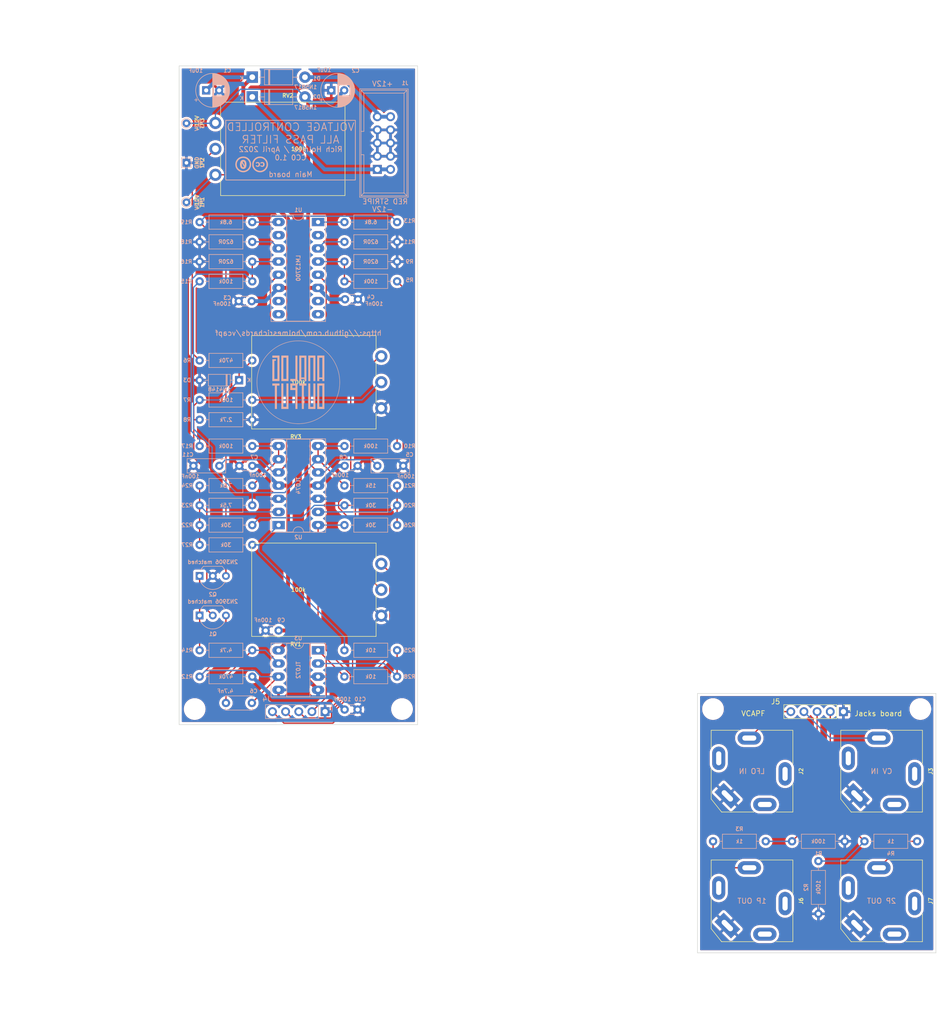
<source format=kicad_pcb>
(kicad_pcb (version 20211014) (generator pcbnew)
  (layers (0 "F.Cu" signal) (31 "B.Cu" signal) (34 "B.Paste" user) (35 "F.Paste" user) (36 "B.SilkS" user "B.Silkscreen") (37 "F.SilkS" user "F.Silkscreen") (38 "B.Mask" user) (39 "F.Mask" user) (44 "Edge.Cuts" user))
  (net 0 "")
  (net 1 "+12V")
  (net 2 "GND")
  (net 3 "-12V")
  (net 4 "/+12_IN")
  (net 5 "/-12_IN")
  (net 6 "Net-(C5-Pad1)")
  (net 7 "Net-(Q1-Pad1)")
  (net 8 "Net-(Q2-Pad3)")
  (net 9 "Net-(R10-Pad1)")
  (net 10 "Net-(R15-Pad2)")
  (net 11 "Net-(R11-Pad1)")
  (net 18 "Net-(C6-Pad1)")
  (net 19 "Net-(C6-Pad2)")
  (net 20 "Net-(D3-Pad1)")
  (net 21 "/INPUT_J")
  (net 22 "GND1")
  (net 23 "/CV_J")
  (net 24 "/Main PCB/INPUT")
  (net 25 "/Main PCB/CV_IN")
  (net 26 "/Main PCB/1POLE_OUT")
  (net 27 "/Main PCB/2POLE_OUT")
  (net 28 "/1POLE_OUT_J")
  (net 29 "/2POLE_OUT_J")
  (net 30 "/Main PCB/INPUT_ATT")
  (net 31 "/Main PCB/FREQ")
  (net 32 "/Main PCB/CV_ATT")
  (net 33 "/Main PCB/LP1")
  (net 34 "Net-(R13-Pad2)")
  (net 35 "Net-(R18-Pad1)")
  (net 36 "Net-(R19-Pad2)")
  (net 37 "/Main PCB/LP2")
  (net 38 "Net-(R20-Pad2)")
  (net 39 "Net-(R22-Pad2)")
  (net 40 "Net-(R25-Pad1)")
  (net 41 "Net-(R25-Pad2)")
  (net 42 "Net-(C11-Pad1)")
  (net 43 "/1P OUT")
  (net 44 "/2P OUT")
  (footprint "ao_tht:Jack_6.35mm_PJ_629HAN_slots" (layer "F.Cu") (at 187.5 175 -90)
    (fp_text reference "J6")
    (fp_text value "AudioJack2")
  )
  (footprint "ao_tht:Jack_6.35mm_PJ_629HAN_slots" (layer "F.Cu") (at 187.5 150 -90)
    (fp_text reference "J2")
    (fp_text value "AudioJack2")
  )
  (footprint "ao_tht:Potentiometer_Alpha_16mm_Single_Vertical" (layer "F.Cu") (at 100 115 180)
    (fp_text reference "RV1")
    (fp_text value "100k")
  )
  (footprint "ao_tht:Board_Marker" (layer "F.Cu") (at 77 31)
    (fp_text reference "B1")
    (fp_text value "Board")
  )
  (footprint "ao_tht:Jack_6.35mm_PJ_629HAN_slots" (layer "F.Cu") (at 212.5 150 -90)
    (fp_text reference "J3")
    (fp_text value "AudioJack2")
  )
  (footprint "vcapf:vcapf_panel_holes" (layer "F.Cu") (at 200 100)
    (fp_text reference "GRAF1" hide)
    (fp_text value "Holes" hide)
  )
  (footprint "ao_tht:MountingHole_3.2mm_M3" (layer "F.Cu") (at 120 138)
    (fp_text reference "H2" hide)
    (fp_text value "MountingHole")
  )
  (footprint "ao_tht:MountingHole_3.2mm_M3" (layer "F.Cu") (at 220 138)
    (fp_text reference "H4" hide)
    (fp_text value "MountingHole")
  )
  (footprint "ao_tht:MountingHole_3.2mm_M3" (layer "F.Cu") (at 80 138)
    (fp_text reference "H1" hide)
    (fp_text value "MountingHole")
  )
  (footprint "ao_tht:Board_Marker" (layer "F.Cu") (at 182.5 135)
    (fp_text reference "B2")
    (fp_text value "Board")
  )
  (footprint "ao_tht:Potentiometer_Alpha_16mm_Single_Vertical" (layer "F.Cu") (at 100 30)
    (fp_text reference "RV2")
    (fp_text value "100k")
  )
  (footprint "Connector_PinHeader_2.54mm:PinHeader_1x05_P2.54mm_Vertical" (layer "F.Cu") (at 205.16 138.5 -90)
    (fp_text reference "J5")
    (fp_text value "Conn_01x05")
  )
  (footprint "ao_tht:Jack_6.35mm_PJ_629HAN_slots" (layer "F.Cu") (at 212.5 175 -90)
    (fp_text reference "J7")
    (fp_text value "AudioJack2")
  )
  (footprint "ao_tht:MountingHole_3.2mm_M3" (layer "F.Cu") (at 180 138)
    (fp_text reference "H3" hide)
    (fp_text value "MountingHole")
  )
  (footprint "ao_tht:Potentiometer_Alpha_16mm_Single_Vertical" (layer "F.Cu") (at 100 75 180)
    (fp_text reference "RV3")
    (fp_text value "100k")
  )
  (footprint "ao_tht:R_Axial_DIN0207_L6.3mm_D2.5mm_P10.16mm_Horizontal" (layer "B.Cu") (at 119.05 44.12 180)
    (fp_text reference "R13")
    (fp_text value "6.8k")
  )
  (footprint "ao_tht:R_Axial_DIN0207_L6.3mm_D2.5mm_P10.16mm_Horizontal" (layer "B.Cu") (at 80.95 87.3)
    (fp_text reference "R17")
    (fp_text value "100k")
  )
  (footprint "ao_tht:D_DO-41_SOD81_P10.16mm_Horizontal" (layer "B.Cu") (at 91.11 19.99)
    (fp_text reference "D2")
    (fp_text value "1N5817")
  )
  (footprint "ao_tht:CP_Radial_D6.3mm_P2.50mm" (layer "B.Cu") (at 82.22 18.72)
    (fp_text reference "C1")
    (fp_text value "10uF")
  )
  (footprint "ao_tht:R_Axial_DIN0207_L6.3mm_D2.5mm_P10.16mm_Horizontal" (layer "B.Cu") (at 119.05 102.54 180)
    (fp_text reference "R26")
    (fp_text value "30k")
  )
  (footprint "ao_tht:R_Axial_DIN0207_L6.3mm_D2.5mm_P10.16mm_Horizontal" (layer "B.Cu") (at 91.11 51.74 180)
    (fp_text reference "R16")
    (fp_text value "620R")
  )
  (footprint "ao_tht:DIP-16_W7.62mm_Socket_LongPads" (layer "B.Cu") (at 103.8 44.11 180)
    (fp_text reference "U1")
    (fp_text value "LM13700")
  )
  (footprint "ao_tht:CP_Radial_D6.3mm_P2.50mm" (layer "B.Cu") (at 106.35 18.72)
    (fp_text reference "C2")
    (fp_text value "10uF")
  )
  (footprint "ao_tht:TestPoint_THTPad_D1.5mm_Drill0.7mm" (layer "B.Cu") (at 78.41 25.07 90)
    (fp_text reference "TP3")
    (fp_text value "-12V")
  )
  (footprint "ao_tht:R_Axial_DIN0207_L6.3mm_D2.5mm_P10.16mm_Horizontal" (layer "B.Cu") (at 119.05 131.75 180)
    (fp_text reference "R28")
    (fp_text value "10k")
  )
  (footprint "ao_tht:R_Axial_DIN0207_L6.3mm_D2.5mm_P10.16mm_Horizontal" (layer "B.Cu") (at 91.11 78.41 180)
    (fp_text reference "R7")
    (fp_text value "100k")
  )
  (footprint "ao_tht:C_Rect_L7.2mm_W2.5mm_P5.00mm_FKS2_FKP2_MKS2_MKP2" (layer "B.Cu") (at 84.76 91.11 180)
    (fp_text reference "C11")
    (fp_text value "100nF")
  )
  (footprint "ao_tht:R_Axial_DIN0207_L6.3mm_D2.5mm_P10.16mm_Horizontal" (layer "B.Cu") (at 91.11 98.73 180)
    (fp_text reference "R23")
    (fp_text value "7.5k")
  )
  (footprint "ao_tht:R_Axial_DIN0207_L6.3mm_D2.5mm_P10.16mm_Horizontal" (layer "B.Cu") (at 190.17 163.5 180)
    (fp_text reference "R3")
    (fp_text value "1k")
  )
  (footprint "ao_tht:R_Axial_DIN0207_L6.3mm_D2.5mm_P10.16mm_Horizontal" (layer "B.Cu") (at 119.05 55.55 180)
    (fp_text reference "R5")
    (fp_text value "100k")
  )
  (footprint "ao_tht:R_Axial_DIN0207_L6.3mm_D2.5mm_P10.16mm_Horizontal" (layer "B.Cu") (at 108.89 98.73)
    (fp_text reference "R20")
    (fp_text value "30k")
  )
  (footprint "ao_tht:analogoutput" (layer "B.Cu") (at 100 75 180)
    (fp_text reference "GRAF3" hide)
    (fp_text value "AO logo" hide)
  )
  (footprint "ao_tht:D_DO-41_SOD81_P10.16mm_Horizontal" (layer "B.Cu") (at 91.11 16.18)
    (fp_text reference "D1")
    (fp_text value "1N5817")
  )
  (footprint "ao_tht:R_Axial_DIN0207_L6.3mm_D2.5mm_P10.16mm_Horizontal" (layer "B.Cu") (at 80.95 55.55)
    (fp_text reference "R15")
    (fp_text value "100k")
  )
  (footprint "ao_tht:R_Axial_DIN0207_L6.3mm_D2.5mm_P10.16mm_Horizontal" (layer "B.Cu") (at 108.89 94.92)
    (fp_text reference "R21")
    (fp_text value "15k")
  )
  (footprint "Connector_PinSocket_2.54mm:PinSocket_1x05_P2.54mm_Vertical" (layer "B.Cu") (at 105.16 138.5 90)
    (fp_text reference "J4")
    (fp_text value "Conn_01x05")
  )
  (footprint "ao_tht:R_Axial_DIN0207_L6.3mm_D2.5mm_P10.16mm_Horizontal" (layer "B.Cu") (at 119.05 87.3 180)
    (fp_text reference "R10")
    (fp_text value "100k")
  )
  (footprint "ao_tht:R_Axial_DIN0207_L6.3mm_D2.5mm_P10.16mm_Horizontal" (layer "B.Cu") (at 108.89 47.93)
    (fp_text reference "R11")
    (fp_text value "620R")
  )
  (footprint "ao_tht:R_Axial_DIN0207_L6.3mm_D2.5mm_P10.16mm_Horizontal" (layer "B.Cu") (at 108.89 51.74)
    (fp_text reference "R9")
    (fp_text value "620R")
  )
  (footprint "ao_tht:CC0_logo" (layer "B.Cu") (at 91 33 180)
    (fp_text reference "GRAF2" hide)
    (fp_text value "CC0 logo" hide)
  )
  (footprint "ao_tht:R_Axial_DIN0207_L6.3mm_D2.5mm_P10.16mm_Horizontal" (layer "B.Cu") (at 80.95 131.75)
    (fp_text reference "R12")
    (fp_text value "470k")
  )
  (footprint "ao_tht:C_Disc_D3.0mm_W1.6mm_P2.50mm" (layer "B.Cu") (at 91 59.36 180)
    (fp_text reference "C3")
    (fp_text value "100nF")
  )
  (footprint "ao_tht:R_Axial_DIN0207_L6.3mm_D2.5mm_P10.16mm_Horizontal" (layer "B.Cu") (at 80.95 126.67)
    (fp_text reference "R14")
    (fp_text value "4.7k")
  )
  (footprint "ao_tht:R_Axial_DIN0207_L6.3mm_D2.5mm_P10.16mm_Horizontal" (layer "B.Cu") (at 80.95 106.35)
    (fp_text reference "R27")
    (fp_text value "30k")
  )
  (footprint "ao_tht:TO-92_Inline_Wide" (layer "B.Cu") (at 80.95 112.34)
    (fp_text reference "Q2")
    (fp_text value "2N3906 matched")
  )
  (footprint "ao_tht:Power_Header" (layer "B.Cu") (at 115.24 33.96)
    (fp_text reference "J1")
    (fp_text value "Synth_power_2x5")
  )
  (footprint "ao_tht:C_Disc_D3.0mm_W1.6mm_P2.50mm" (layer "B.Cu") (at 91.11 91.11 180)
    (fp_text reference "C7")
    (fp_text value "100nF")
  )
  (footprint "ao_tht:C_Disc_D3.0mm_W1.6mm_P2.50mm" (layer "B.Cu") (at 111.43 138.1 180)
    (fp_text reference "C10")
    (fp_text value "100nF")
  )
  (footprint "ao_tht:TestPoint_THTPad_D1.5mm_Drill0.7mm" (layer "B.Cu") (at 78.41 40.31 90)
    (fp_text reference "TP1")
    (fp_text value "+12V")
  )
  (footprint "ao_tht:C_Disc_D3.0mm_W1.6mm_P2.50mm" (layer "B.Cu") (at 111.5 59 180)
    (fp_text reference "C4")
    (fp_text value "100nF")
  )
  (footprint "ao_tht:R_Axial_DIN0207_L6.3mm_D2.5mm_P10.16mm_Horizontal" (layer "B.Cu") (at 91.11 102.54 180)
    (fp_text reference "R22")
    (fp_text value "30k")
  )
  (footprint "ao_tht:R_Axial_DIN0207_L6.3mm_D2.5mm_P10.16mm_Horizontal" (layer "B.Cu") (at 108.89 126.67)
    (fp_text reference "R25")
    (fp_text value "10k")
  )
  (footprint "ao_tht:R_Axial_DIN0207_L6.3mm_D2.5mm_P10.16mm_Horizontal" (layer "B.Cu") (at 91.11 47.93 180)
    (fp_text reference "R18")
    (fp_text value "620R")
  )
  (footprint "ao_tht:R_Axial_DIN0207_L6.3mm_D2.5mm_P10.16mm_Horizontal" (layer "B.Cu") (at 91.11 94.92 180)
    (fp_text reference "R24")
    (fp_text value "7.5k")
  )
  (footprint "ao_tht:R_Axial_DIN0207_L6.3mm_D2.5mm_P10.16mm_Horizontal" (layer "B.Cu") (at 80.95 70.79)
    (fp_text reference "R6")
    (fp_text value "470k")
  )
  (footprint "ao_tht:R_Axial_DIN0207_L6.3mm_D2.5mm_P10.16mm_Horizontal" (layer "B.Cu") (at 80.95 44.12)
    (fp_text reference "R19")
    (fp_text value "6.8k")
  )
  (footprint "ao_tht:R_Axial_DIN0207_L6.3mm_D2.5mm_P10.16mm_Horizontal" (layer "B.Cu") (at 80.95 82.22)
    (fp_text reference "R8")
    (fp_text value "2.7k")
  )
  (footprint "ao_tht:C_Disc_D3.0mm_W1.6mm_P2.50mm" (layer "B.Cu") (at 111.43 91.11 180)
    (fp_text reference "C8")
    (fp_text value "100nF")
  )
  (footprint "ao_tht:R_Axial_DIN0207_L6.3mm_D2.5mm_P10.16mm_Horizontal" (layer "B.Cu") (at 195.25 163.5)
    (fp_text reference "R1")
    (fp_text value "100k")
  )
  (footprint "ao_tht:R_Axial_DIN0207_L6.3mm_D2.5mm_P10.16mm_Horizontal" (layer "B.Cu") (at 209.22 163.5)
    (fp_text reference "R4")
    (fp_text value "1k")
  )
  (footprint "ao_tht:DIP-14_W7.62mm_Socket_LongPads" (layer "B.Cu") (at 96.19 102.54)
    (fp_text reference "U2")
    (fp_text value "TL074")
  )
  (footprint "ao_tht:R_Axial_DIN0207_L6.3mm_D2.5mm_P10.16mm_Horizontal" (layer "B.Cu") (at 200.33 167.31 -90)
    (fp_text reference "R2")
    (fp_text value "100k")
  )
  (footprint "ao_tht:TestPoint_THTPad_1.5x1.5mm_Drill0.7mm" (layer "B.Cu") (at 78.41 32.69 90)
    (fp_text reference "TP2")
    (fp_text value "GND")
  )
  (footprint "ao_tht:C_Disc_D5.0mm_W2.5mm_P5.00mm" (layer "B.Cu") (at 86.03 136.83)
    (fp_text reference "C6")
    (fp_text value "4.7nF")
  )
  (footprint "ao_tht:C_Disc_D3.0mm_W1.6mm_P2.50mm" (layer "B.Cu") (at 96.19 122.86 180)
    (fp_text reference "C9")
    (fp_text value "100nF")
  )
  (footprint "ao_tht:DIP-8_W7.62mm_Socket_LongPads" (layer "B.Cu") (at 103.8 126.68 180)
    (fp_text reference "U3")
    (fp_text value "TL072")
  )
  (footprint "ao_tht:C_Rect_L7.2mm_W2.5mm_P5.00mm_FKS2_FKP2_MKS2_MKP2" (layer "B.Cu") (at 115.24 91.11)
    (fp_text reference "C5")
    (fp_text value "100nF")
  )
  (footprint "ao_tht:TO-92_Inline_Wide" (layer "B.Cu") (at 80.95 119.96)
    (fp_text reference "Q1")
    (fp_text value "2N3906 matched")
  )
  (footprint "ao_tht:D_DO-35_SOD27_P7.62mm_Horizontal" (layer "B.Cu") (at 88.57 74.6 180)
    (fp_text reference "D3")
    (fp_text value "1N4148")
  )
  (gr_rect (start 111 24.5) (end 86 36) (layer "B.SilkS") (width 0.15) (fill none))
  (gr_line (start 77 141) (end 77 14) (layer "Edge.Cuts") (width 0.1))
  (gr_line (start 223 185) (end 223 135) (layer "Edge.Cuts") (width 0.1))
  (gr_line (start 177 185) (end 223 185) (layer "Edge.Cuts") (width 0.1))
  (gr_line (start 123 14) (end 123 141) (layer "Edge.Cuts") (width 0.1))
  (gr_line (start 177 135) (end 177 185) (layer "Edge.Cuts") (width 0.1))
  (gr_line (start 123 141) (end 77 141) (layer "Edge.Cuts") (width 0.1))
  (gr_line (start 223 135) (end 177 135) (layer "Edge.Cuts") (width 0.1))
  (gr_line (start 77 14) (end 123 14) (layer "Edge.Cuts") (width 0.1))
  (gr_text "VOLTAGE CONTROLLED\nALL PASS FILTER" (at 98.5 27) (layer "B.SilkS") (effects (font (size 1.5 1.5)) (justify mirror)))
  (gr_text "https://github.com/holmesrichards/vcapf" (at 100 65.519) (layer "B.SilkS") (effects (font (size 1 1)) (justify mirror)))
  (gr_text "1P OUT" (at 187.5 175) (layer "B.SilkS") (effects (font (size 1 1)) (justify mirror)))
  (gr_text "LFO IN" (at 187.5 150) (layer "B.SilkS") (effects (font (size 1 1)) (justify mirror)))
  (gr_text "CV IN" (at 212.5 150) (layer "B.SilkS") (effects (font (size 1 1)) (justify mirror)))
  (gr_text "Rich Holmes / April 2022\nCC0 1.0\n\nMain board" (at 98.5 32.5) (layer "B.SilkS") (effects (font (size 1 1)) (justify mirror)))
  (gr_text "2P OUT" (at 212.5 175) (layer "B.SilkS") (effects (font (size 1 1)) (justify mirror)))
  (gr_text "VCAPF" (at 187.757 138.862) (layer "F.SilkS") (effects (font (size 1 1))))
  (gr_text "Jacks board" (at 211.887 138.862) (layer "F.SilkS") (effects (font (size 1 1))))
  (segment (start 96.19 94.92) (end 97.968 94.92) (width 0.75) (layer "F.Cu") (net 1))
  (segment (start 91.11 16.18) (end 89.385489 17.904511) (width 0.75) (layer "F.Cu") (net 1))
  (segment (start 98.014511 122.906511) (end 98.014511 124.845489) (width 0.75) (layer "F.Cu") (net 1))
  (segment (start 98.014511 124.845489) (end 96.18 126.68) (width 0.75) (layer "F.Cu") (net 1))
  (segment (start 98.00452 64.940539) (end 98.00452 56.81) (width 0.75) (layer "F.Cu") (net 1))
  (segment (start 97.968 122.86) (end 98.014511 122.906511) (width 0.75) (layer "F.Cu") (net 1))
  (segment (start 98.00452 43.50452) (end 89.500001 35.000001) (width 0.75) (layer "F.Cu") (net 1))
  (segment (start 97.968 94.92) (end 98.46404 94.92) (width 0.75) (layer "F.Cu") (net 1))
  (segment (start 96.19 122.86) (end 97.968 122.86) (width 0.75) (layer "F.Cu") (net 1))
  (segment (start 98.014511 94.966511) (end 97.968 94.92) (width 0.75) (layer "F.Cu") (net 1))
  (segment (start 96.18 56.81) (end 98.00452 56.81) (width 0.75) (layer "F.Cu") (net 1))
  (segment (start 98.46404 65.400059) (end 98.00452 64.940539) (width 0.75) (layer "F.Cu") (net 1))
  (segment (start 89.385489 17.904511) (end 89.385489 34.885489) (width 0.75) (layer "F.Cu") (net 1))
  (segment (start 89.385489 34.885489) (end 89.500001 35.000001) (width 0.75) (layer "F.Cu") (net 1))
  (segment (start 84 35) (end 89.500001 35.000001) (width 0.25) (layer "F.Cu") (net 1))
  (segment (start 98.014511 122.906511) (end 98.014511 94.966511) (width 0.75) (layer "F.Cu") (net 1))
  (segment (start 98.00452 56.81) (end 98.00452 43.50452) (width 0.75) (layer "F.Cu") (net 1))
  (segment (start 98.46404 94.92) (end 98.46404 65.400059) (width 0.75) (layer "F.Cu") (net 1))
  (segment (start 82.22 18.72) (end 84.76 16.18) (width 0.75) (layer "B.Cu") (net 1))
  (segment (start 84.76 16.18) (end 91.11 16.18) (width 0.75) (layer "B.Cu") (net 1))
  (segment (start 93.63 59.36) (end 96.18 56.81) (width 0.75) (layer "B.Cu") (net 1))
  (segment (start 91 59.36) (end 93.63 59.36) (width 0.75) (layer "B.Cu") (net 1))
  (segment (start 91.11 91.11) (end 92.38 91.11) (width 0.75) (layer "B.Cu") (net 1))
  (segment (start 78.41 40.31) (end 83.72 35) (width 0.25) (layer "B.Cu") (net 1))
  (segment (start 92.38 91.11) (end 96.19 94.92) (width 0.75) (layer "B.Cu") (net 1))
  (segment (start 102.032 94.92) (end 101.53597 94.92) (width 0.75) (layer "F.Cu") (net 3))
  (segment (start 103.8 56.81) (end 102.042 56.81) (width 0.75) (layer "F.Cu") (net 3))
  (segment (start 101.97548 94.97652) (end 102.032 94.92) (width 0.75) (layer "F.Cu") (net 3))
  (segment (start 101.905 56.947) (end 101.905 20.625) (width 0.75) (layer "F.Cu") (net 3))
  (segment (start 103.8 134.3) (end 101.97548 132.47548) (width 0.75) (layer "F.Cu") (net 3))
  (segment (start 101.97548 132.47548) (end 101.97548 94.97652) (width 0.75) (layer "F.Cu") (net 3))
  (segment (start 101.905 65.202) (end 101.905 56.947) (width 0.75) (layer "F.Cu") (net 3))
  (segment (start 102.042 56.81) (end 101.905 56.947) (width 0.75) (layer "F.Cu") (net 3))
  (segment (start 101.53597 65.57103) (end 101.905 65.202) (width 0.75) (layer "F.Cu") (net 3))
  (segment (start 101.53597 94.92) (end 101.53597 65.57103) (width 0.75) (layer "F.Cu") (net 3))
  (segment (start 103.81 94.92) (end 102.032 94.92) (width 0.75) (layer "F.Cu") (net 3))
  (segment (start 101.905 20.625) (end 101.524 20.244) (width 0.75) (layer "F.Cu") (net 3))
  (segment (start 106.55452 135.72452) (end 103.8 135.72452) (width 0.75) (layer "B.Cu") (net 3))
  (segment (start 108.93 138.1) (end 106.55452 135.72452) (width 0.75) (layer "B.Cu") (net 3))
  (segment (start 109 59) (end 105.99 59) (width 0.75) (layer "B.Cu") (net 3))
  (segment (start 107.62 91.11) (end 103.81 94.92) (width 0.75) (layer "B.Cu") (net 3))
  (segment (start 99.795489 18.515489) (end 101.27 19.99) (width 0.25) (layer "B.Cu") (net 3))
  (segment (start 95.08452 135.72452) (end 103.8 135.72452) (width 0.75) (layer "B.Cu") (net 3))
  (segment (start 106.480001 21.089999) (end 108.85 18.72) (width 0.75) (layer "B.Cu") (net 3))
  (segment (start 108.93 91.11) (end 107.62 91.11) (width 0.75) (layer "B.Cu") (net 3))
  (segment (start 84 25) (end 84 23.345371) (width 0.25) (layer "B.Cu") (net 3))
  (segment (start 102.369999 21.089999) (end 106.480001 21.089999) (width 0.75) (layer "B.Cu") (net 3))
  (segment (start 91.11 131.75) (end 95.08452 135.72452) (width 0.75) (layer "B.Cu") (net 3))
  (segment (start 88.829882 18.515489) (end 99.795489 18.515489) (width 0.25) (layer "B.Cu") (net 3))
  (segment (start 105.99 59) (end 103.8 56.81) (width 0.75) (layer "B.Cu") (net 3))
  (segment (start 103.8 135.72452) (end 103.8 134.3) (width 0.75) (layer "B.Cu") (net 3))
  (segment (start 101.27 19.99) (end 102.369999 21.089999) (width 0.75) (layer "B.Cu") (net 3))
  (segment (start 84 23.345371) (end 88.829882 18.515489) (width 0.25) (layer "B.Cu") (net 3))
  (segment (start 78.41 25.07) (end 83.93 25.07) (width 0.25) (layer "B.Cu") (net 3))
  (segment (start 108.324564 16.18) (end 115.24 23.095436) (width 0.75) (layer "B.Cu") (net 4))
  (segment (start 115.24 23.095436) (end 115.24 23.8) (width 0.75) (layer "B.Cu") (net 4))
  (segment (start 117.78 23.8) (end 115.24 23.8) (width 0.75) (layer "B.Cu") (net 4))
  (segment (start 101.27 16.18) (end 108.324564 16.18) (width 0.75) (layer "B.Cu") (net 4))
  (segment (start 117.78 33.96) (end 115.24 33.96) (width 0.75) (layer "B.Cu") (net 5))
  (segment (start 105.08 33.96) (end 91.11 19.99) (width 0.75) (layer "B.Cu") (net 5))
  (segment (start 115.24 33.96) (end 105.08 33.96) (width 0.75) (layer "B.Cu") (net 5))
  (segment (start 105.37452 55.84452) (end 105.37452 62.87548) (width 0.25) (layer "F.Cu") (net 6))
  (segment (start 105.37452 62.87548) (end 102.285481 65.964519) (width 0.25) (layer "F.Cu") (net 6))
  (segment (start 102.285481 65.964519) (end 102.285481 90.855481) (width 0.25) (layer "F.Cu") (net 6))
  (segment (start 103.8 54.27) (end 105.37452 55.84452) (width 0.25) (layer "F.Cu") (net 6))
  (segment (start 102.285481 90.855481) (end 103.81 92.38) (width 0.25) (layer "F.Cu") (net 6))
  (segment (start 115.24 91.11) (end 114.065489 89.935489) (width 0.25) (layer "B.Cu") (net 6))
  (segment (start 114.065489 89.935489) (end 107.397511 89.935489) (width 0.25) (layer "B.Cu") (net 6))
  (segment (start 107.397511 89.935489) (end 104.953 92.38) (width 0.25) (layer "B.Cu") (net 6))
  (segment (start 104.953 92.38) (end 103.81 92.38) (width 0.25) (layer "B.Cu") (net 6))
  (segment (start 80.95 119.96) (end 80.95 112.34) (width 0.25) (layer "F.Cu") (net 7))
  (segment (start 80.95 126.67) (end 80.95 119.96) (width 0.25) (layer "F.Cu") (net 7))
  (segment (start 86.03 49.2) (end 80.95 44.12) (width 0.25) (layer "F.Cu") (net 8))
  (segment (start 86.03 112.34) (end 86.03 49.2) (width 0.25) (layer "F.Cu") (net 8))
  (segment (start 80.95 44.12) (end 82.084511 42.985489) (width 0.25) (layer "B.Cu") (net 8))
  (segment (start 82.084511 42.985489) (end 117.915489 42.985489) (width 0.25) (layer "B.Cu") (net 8))
  (segment (start 117.915489 42.985489) (end 119.05 44.12) (width 0.25) (layer "B.Cu") (net 8))
  (segment (start 119.05 64.57863) (end 110.02137 55.55) (width 0.25) (layer "F.Cu") (net 9))
  (segment (start 119.05 87.3) (end 119.05 64.57863) (width 0.25) (layer "F.Cu") (net 9))
  (segment (start 108.89 51.74) (end 108.89 55.55) (width 0.25) (layer "F.Cu") (net 9))
  (segment (start 110.02137 55.55) (end 108.89 55.55) (width 0.25) (layer "F.Cu") (net 9))
  (segment (start 108.89 51.74) (end 103.81 51.74) (width 0.25) (layer "B.Cu") (net 9))
  (segment (start 91.11 51.74) (end 91.11 55.55) (width 0.25) (layer "F.Cu") (net 10))
  (segment (start 79.325979 55.269021) (end 80.442 54.153) (width 0.25) (layer "B.Cu") (net 10))
  (segment (start 89.713 54.153) (end 91.11 55.55) (width 0.25) (layer "B.Cu") (net 10))
  (segment (start 80.95 86.03) (end 79.325979 84.405979) (width 0.25) (layer "B.Cu") (net 10))
  (segment (start 80.95 87.3) (end 80.95 86.03) (width 0.25) (layer "B.Cu") (net 10))
  (segment (start 79.325979 84.405979) (end 79.325979 55.269021) (width 0.25) (layer "B.Cu") (net 10))
  (segment (start 91.11 51.74) (end 96.17 51.74) (width 0.25) (layer "B.Cu") (net 10))
  (segment (start 80.442 54.153) (end 89.713 54.153) (width 0.25) (layer "B.Cu") (net 10))
  (segment (start 108.89 47.93) (end 105.06 47.93) (width 0.25) (layer "B.Cu") (net 11))
  (segment (start 105.06 47.93) (end 103.8 49.19) (width 0.25) (layer "B.Cu") (net 11))
  (segment (start 86.03 131.75) (end 91.11 126.67) (width 0.25) (layer "F.Cu") (net 18))
  (segment (start 86.03 136.83) (end 86.03 131.75) (width 0.25) (layer "F.Cu") (net 18))
  (segment (start 93.63 126.67) (end 96.18 129.22) (width 0.25) (layer "B.Cu") (net 18))
  (segment (start 91.11 126.67) (end 93.63 126.67) (width 0.25) (layer "B.Cu") (net 18))
  (segment (start 91.03 136.83) (end 96.1 131.76) (width 0.25) (layer "F.Cu") (net 19))
  (segment (start 80.95 131.75) (end 86.03 126.67) (width 0.25) (layer "F.Cu") (net 19))
  (segment (start 86.03 126.67) (end 86.03 119.96) (width 0.25) (layer "F.Cu") (net 19))
  (segment (start 92.284511 131.284511) (end 92.76 131.76) (width 0.25) (layer "B.Cu") (net 19))
  (segment (start 91.596499 130.575489) (end 92.284511 131.263501) (width 0.25) (layer "B.Cu") (net 19))
  (segment (start 80.95 131.75) (end 82.124511 130.575489) (width 0.25) (layer "B.Cu") (net 19))
  (segment (start 92.76 131.76) (end 96.18 131.76) (width 0.25) (layer "B.Cu") (net 19))
  (segment (start 82.124511 130.575489) (end 91.596499 130.575489) (width 0.25) (layer "B.Cu") (net 19))
  (segment (start 92.284511 131.263501) (end 92.284511 131.284511) (width 0.25) (layer "B.Cu") (net 19))
  (segment (start 80.95 78.41) (end 79.825489 79.534511) (width 0.25) (layer "F.Cu") (net 20))
  (segment (start 79.825489 89.514479) (end 82.347 92.03599) (width 0.25) (layer "F.Cu") (net 20))
  (segment (start 88.57 73.33) (end 91.11 70.79) (width 0.25) (layer "F.Cu") (net 20))
  (segment (start 79.825489 82.238489) (end 79.825489 89.514479) (width 0.25) (layer "F.Cu") (net 20))
  (segment (start 88.57 74.6) (end 88.57 73.33) (width 0.25) (layer "F.Cu") (net 20))
  (segment (start 82.347 118.817) (end 83.49 119.96) (width 0.25) (layer "F.Cu") (net 20))
  (segment (start 79.843978 82.22) (end 79.825489 82.238489) (width 0.25) (layer "F.Cu") (net 20))
  (segment (start 79.825489 79.534511) (end 79.825489 82.238489) (width 0.25) (layer "F.Cu") (net 20))
  (segment (start 82.347 92.03599) (end 82.347 118.817) (width 0.25) (layer "F.Cu") (net 20))
  (segment (start 80.95 82.22) (end 79.843978 82.22) (width 0.25) (layer "F.Cu") (net 20))
  (segment (start 80.95 78.41) (end 84.76 78.41) (width 0.25) (layer "B.Cu") (net 20))
  (segment (start 84.76 78.41) (end 88.57 74.6) (width 0.25) (layer "B.Cu") (net 20))
  (segment (start 192.1 138.5) (end 195 138.5) (width 0.25) (layer "F.Cu") (net 21))
  (segment (start 187 143.6) (end 192.1 138.5) (width 0.25) (layer "F.Cu") (net 21))
  (segment (start 202.64 143.6) (end 212 143.6) (width 0.25) (layer "B.Cu") (net 23))
  (segment (start 197.54 138.5) (end 202.64 143.6) (width 0.25) (layer "B.Cu") (net 23))
  (segment (start 106.656897 140.723533) (end 107.283542 140.096888) (width 0.25) (layer "F.Cu") (net 24))
  (segment (start 117.653 111.653) (end 116 110) (width 0.25) (layer "F.Cu") (net 24))
  (segment (start 107.283542 140.096888) (end 107.283542 138.085462) (width 0.25) (layer "F.Cu") (net 24))
  (segment (start 95 138.5) (end 97.223533 140.723533) (width 0.25) (layer "F.Cu") (net 24))
  (segment (start 117.653 127.716004) (end 117.653 111.653) (width 0.25) (layer "F.Cu") (net 24))
  (segment (start 97.223533 140.723533) (end 106.656897 140.723533) (width 0.25) (layer "F.Cu") (net 24))
  (segment (start 107.283542 138.085462) (end 117.653 127.716004) (width 0.25) (layer "F.Cu") (net 24))
  (segment (start 107.765489 98.076511) (end 107.765489 99.195789) (width 0.25) (layer "F.Cu") (net 25))
  (segment (start 107.765489 99.195789) (end 110.464031 101.894331) (width 0.25) (layer "F.Cu") (net 25))
  (segment (start 110.464031 134.269269) (end 106.834031 137.899269) (width 0.25) (layer "F.Cu") (net 25))
  (segment (start 110.464031 101.894331) (end 110.464031 134.269269) (width 0.25) (layer "F.Cu") (net 25))
  (segment (start 106.834031 137.899269) (end 106.834031 139.193408) (width 0.25) (layer "F.Cu") (net 25))
  (segment (start 106.520704 140.224022) (end 99.264022 140.224022) (width 0.25) (layer "F.Cu") (net 25))
  (segment (start 106.834022 139.910704) (end 106.520704 140.224022) (width 0.25) (layer "F.Cu") (net 25))
  (segment (start 115.66 70) (end 110.104511 75.555489) (width 0.25) (layer "F.Cu") (net 25))
  (segment (start 110.104511 95.737489) (end 107.765489 98.076511) (width 0.25) (layer "F.Cu") (net 25))
  (segment (start 106.834022 139.193417) (end 106.834022 139.910704) (width 0.25) (layer "F.Cu") (net 25))
  (segment (start 106.834031 139.193408) (end 106.834022 139.193417) (width 0.25) (layer "F.Cu") (net 25))
  (segment (start 99.264022 140.224022) (end 97.54 138.5) (width 0.25) (layer "F.Cu") (net 25))
  (segment (start 110.104511 75.555489) (end 110.104511 95.737489) (width 0.25) (layer "F.Cu") (net 25))
  (segment (start 106.384511 139.724511) (end 101.304511 139.724511) (width 0.25) (layer "F.Cu") (net 26))
  (segment (start 106.384511 137.713071) (end 106.384511 139.724511) (width 0.25) (layer "F.Cu") (net 26))
  (segment (start 110.014511 134.083071) (end 106.384511 137.713071) (width 0.25) (layer "F.Cu") (net 26))
  (segment (start 101.304511 139.724511) (end 100.08 138.5) (width 0.25) (layer "F.Cu") (net 26))
  (segment (start 105.324511 125.547861) (end 105.324511 126.594211) (width 0.25) (layer "F.Cu") (net 26))
  (segment (start 103.81 124.03335) (end 105.324511 125.547861) (width 0.25) (layer "F.Cu") (net 26))
  (segment (start 105.324511 126.594211) (end 110.014511 131.284211) (width 0.25) (layer "F.Cu") (net 26))
  (segment (start 110.014511 131.284211) (end 110.014511 134.083071) (width 0.25) (layer "F.Cu") (net 26))
  (segment (start 103.81 102.54) (end 103.81 124.03335) (width 0.25) (layer "F.Cu") (net 26))
  (segment (start 103.81 102.54) (end 108.89 102.54) (width 0.25) (layer "B.Cu") (net 26))
  (segment (start 105.37452 128.25452) (end 105.37452 135.74548) (width 0.25) (layer "F.Cu") (net 27))
  (segment (start 103.8 126.68) (end 105.37452 128.25452) (width 0.25) (layer "F.Cu") (net 27))
  (segment (start 108.89 131.75) (end 105.39452 128.25452) (width 0.25) (layer "F.Cu") (net 27))
  (segment (start 105.37452 135.74548) (end 102.62 138.5) (width 0.25) (layer "F.Cu") (net 27))
  (segment (start 105.39452 128.25452) (end 105.37452 128.25452) (width 0.25) (layer "F.Cu") (net 27))
  (segment (start 200.08 158.67) (end 195.25 163.5) (width 0.25) (layer "F.Cu") (net 28))
  (segment (start 200.08 138.5) (end 200.08 158.67) (width 0.25) (layer "F.Cu") (net 28))
  (segment (start 195.25 163.5) (end 190.17 163.5) (width 0.25) (layer "B.Cu") (net 28))
  (segment (start 202.62 138.5) (end 202.62 156.9) (width 0.25) (layer "F.Cu") (net 29))
  (segment (start 202.62 156.9) (end 209.22 163.5) (width 0.25) (layer "F.Cu") (net 29))
  (segment (start 200.33 167.31) (end 205.41 167.31) (width 0.25) (layer "B.Cu") (net 29))
  (segment (start 205.41 167.31) (end 209.22 163.5) (width 0.25) (layer "B.Cu") (net 29))
  (segment (start 111.013533 110.013533) (end 116 115) (width 0.25) (layer "F.Cu") (net 30))
  (segment (start 120.224511 88.526859) (end 120.224511 56.724511) (width 0.25) (layer "F.Cu") (net 30))
  (segment (start 111.013533 97.805533) (end 111.013533 110.013533) (width 0.25) (layer "F.Cu") (net 30))
  (segment (start 110.979685 98.73) (end 110.979685 97.771685) (width 0.25) (layer "F.Cu") (net 30))
  (segment (start 110.979685 97.771685) (end 120.224511 88.526859) (width 0.25) (layer "F.Cu") (net 30))
  (segment (start 120.224511 56.724511) (end 119.05 55.55) (width 0.25) (layer "F.Cu") (net 30))
  (segment (start 110.979685 97.771685) (end 111.013533 97.805533) (width 0.25) (layer "F.Cu") (net 30))
  (segment (start 108.89 98.73) (end 110.979685 98.73) (width 0.25) (layer "F.Cu") (net 30))
  (segment (start 91.11 102.54) (end 92.52548 101.12452) (width 0.25) (layer "B.Cu") (net 30))
  (segment (start 103.089689 98.73) (end 108.89 98.73) (width 0.25) (layer "B.Cu") (net 30))
  (segment (start 92.52548 101.12452) (end 100.695169 101.12452) (width 0.25) (layer "B.Cu") (net 30))
  (segment (start 100.695169 101.12452) (end 103.089689 98.73) (width 0.25) (layer "B.Cu") (net 30))
  (segment (start 84 30) (end 79.534511 34.465489) (width 0.25) (layer "F.Cu") (net 31))
  (segment (start 79.534511 69.374511) (end 80.95 70.79) (width 0.25) (layer "F.Cu") (net 31))
  (segment (start 79.534511 34.465489) (end 79.534511 69.374511) (width 0.25) (layer "F.Cu") (net 31))
  (segment (start 91.11 78.41) (end 112.25 78.41) (width 0.25) (layer "B.Cu") (net 32))
  (segment (start 112.25 78.41) (end 115.66 75) (width 0.25) (layer "B.Cu") (net 32))
  (segment (start 108.89 94.92) (end 103.81 89.84) (width 0.25) (layer "F.Cu") (net 33))
  (segment (start 103.81 89.84) (end 103.81 87.3) (width 0.25) (layer "F.Cu") (net 33))
  (segment (start 80.95 55.55) (end 79.775489 56.724511) (width 0.25) (layer "B.Cu") (net 33))
  (segment (start 83.363 87.554) (end 83.363 91.618) (width 0.25) (layer "B.Cu") (net 33))
  (segment (start 88.03048 96.28548) (end 97.36452 96.28548) (width 0.25) (layer "B.Cu") (net 33))
  (segment (start 79.775489 83.966489) (end 83.363 87.554) (width 0.25) (layer "B.Cu") (net 33))
  (segment (start 79.775489 56.724511) (end 79.775489 83.966489) (width 0.25) (layer "B.Cu") (net 33))
  (segment (start 91.11 98.73) (end 91.11 96.317) (width 0.25) (layer "B.Cu") (net 33))
  (segment (start 83.363 91.618) (end 88.03048 96.28548) (width 0.25) (layer "B.Cu") (net 33))
  (segment (start 97.36452 96.28548) (end 103.81 89.84) (width 0.25) (layer "B.Cu") (net 33))
  (segment (start 108.89 87.3) (end 103.81 87.3) (width 0.25) (layer "B.Cu") (net 33))
  (segment (start 108.89 44.12) (end 103.81 44.12) (width 0.25) (layer "B.Cu") (net 34))
  (segment (start 94.92 47.93) (end 96.18 49.19) (width 0.25) (layer "B.Cu") (net 35))
  (segment (start 91.11 47.93) (end 94.92 47.93) (width 0.25) (layer "B.Cu") (net 35))
  (segment (start 91.11 44.12) (end 96.17 44.12) (width 0.25) (layer "B.Cu") (net 36))
  (segment (start 91.11 94.92) (end 96.19 89.84) (width 0.25) (layer "F.Cu") (net 37))
  (segment (start 96.19 89.84) (end 96.19 87.3) (width 0.25) (layer "F.Cu") (net 37))
  (segment (start 91.11 87.3) (end 96.19 87.3) (width 0.25) (layer "B.Cu") (net 37))
  (segment (start 119.05 98.73) (end 119.05 102.54) (width 0.25) (layer "F.Cu") (net 38))
  (segment (start 119.05 94.92) (end 119.05 98.73) (width 0.25) (layer "F.Cu") (net 38))
  (segment (start 117.78 100) (end 119.05 98.73) (width 0.25) (layer "B.Cu") (net 38))
  (segment (start 103.81 100) (end 117.78 100) (width 0.25) (layer "B.Cu") (net 38))
  (segment (start 80.95 94.92) (end 80.95 98.73) (width 0.25) (layer "F.Cu") (net 39))
  (segment (start 80.95 102.54) (end 80.95 106.35) (width 0.25) (layer "F.Cu") (net 39))
  (segment (start 80.95 98.73) (end 80.95 102.54) (width 0.25) (layer "F.Cu") (net 39))
  (segment (start 80.95 98.73) (end 82.22 100) (width 0.25) (layer "B.Cu") (net 39))
  (segment (start 82.22 100) (end 96.19 100) (width 0.25) (layer "B.Cu") (net 39))
  (segment (start 108.89 126.67) (end 108.89 124.13) (width 0.25) (layer "B.Cu") (net 40))
  (segment (start 91.11 106.35) (end 92.38 106.35) (width 0.25) (layer "B.Cu") (net 40))
  (segment (start 108.89 124.13) (end 92.38 107.62) (width 0.25) (layer "B.Cu") (net 40))
  (segment (start 92.38 106.35) (end 96.19 102.54) (width 0.25) (layer "B.Cu") (net 40))
  (segment (start 92.38 107.62) (end 92.38 106.35) (width 0.25) (layer "B.Cu") (net 40))
  (segment (start 119.05 131.75) (end 119.05 126.67) (width 0.25) (layer "F.Cu") (net 41))
  (segment (start 116.52 129.22) (end 119.05 131.75) (width 0.25) (layer "B.Cu") (net 41))
  (segment (start 103.8 129.22) (end 116.52 129.22) (width 0.25) (layer "B.Cu") (net 41))
  (segment (start 94.60548 55.84452) (end 94.60548 62.60148) (width 0.25) (layer "F.Cu") (net 42))
  (segment (start 94.60548 62.60148) (end 97.71452 65.71052) (width 0.25) (layer "F.Cu") (net 42))
  (segment (start 97.71452 90.85548) (end 96.19 92.38) (width 0.25) (layer "F.Cu") (net 42))
  (segment (start 97.71452 65.71052) (end 97.71452 90.85548) (width 0.25) (layer "F.Cu") (net 42))
  (segment (start 96.18 54.27) (end 94.60548 55.84452) (width 0.25) (layer "F.Cu") (net 42))
  (segment (start 85.934511 89.935489) (end 92.729489 89.935489) (width 0.25) (layer "B.Cu") (net 42))
  (segment (start 84.76 91.11) (end 85.934511 89.935489) (width 0.25) (layer "B.Cu") (net 42))
  (segment (start 92.729489 89.935489) (end 95.174 92.38) (width 0.25) (layer "B.Cu") (net 42))
  (segment (start 180.01 164.836707) (end 183.773293 168.6) (width 0.25) (layer "F.Cu") (net 43))
  (segment (start 183.773293 168.6) (end 187 168.6) (width 0.25) (layer "F.Cu") (net 43))
  (segment (start 180.01 163.5) (end 180.01 164.836707) (width 0.25) (layer "F.Cu") (net 43))
  (segment (start 219.38 163.5) (end 217.1 163.5) (width 0.25) (layer "F.Cu") (net 44))
  (segment (start 217.1 163.5) (end 212 168.6) (width 0.25) (layer "F.Cu") (net 44))
  (zone (net 22) (net_name "GND1") (layers F&B.Cu) (connect_pads (clearance 0.508)) (min_thickness 0.254) (fill yes (thermal_gap 0.508) (thermal_bridge_width 0.508))
    (polygon (pts (xy 223 135) (xy 177 135) (xy 177 185) (xy 223 185)))
  )
  (zone (net 2) (net_name "GND") (layers F&B.Cu) (connect_pads (clearance 0.508)) (min_thickness 0.254) (fill yes (thermal_gap 0.508) (thermal_bridge_width 0.508))
    (polygon (pts (xy 123 141) (xy 77 141) (xy 77 14) (xy 123 14)))
  )
)
</source>
